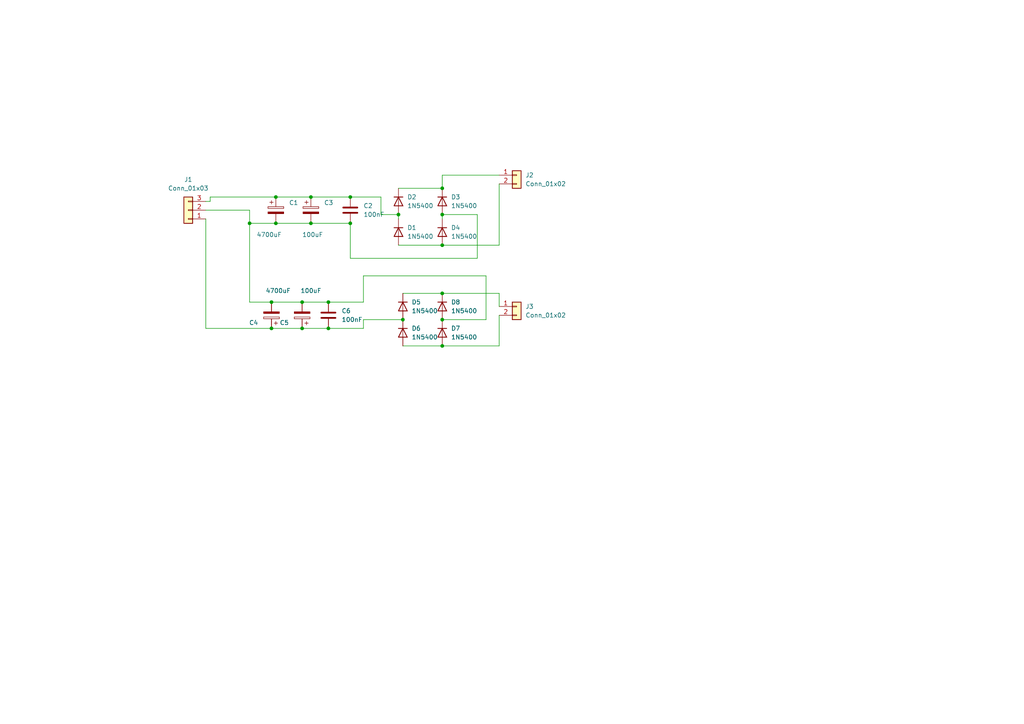
<source format=kicad_sch>
(kicad_sch (version 20231120) (generator "eeschema") (generator_version "8.0")
  (paper "A4")
  (lib_symbols
    (symbol "Connector_Generic:Conn_01x02" (pin_names (offset 1.016) hide)
      (property "Reference" "J" (at 0 2.54 0))
      (property "Value" "Conn_01x02" (at 0 -5.08 0))
      (symbol "Conn_01x02_1_1"
        (rectangle (start -1.27 -2.413) (end 0 -2.667) (stroke (width 0.1524)))
        (rectangle (start -1.27 0.127) (end 0 -0.127) (stroke (width 0.1524)))
        (rectangle (start -1.27 1.27) (end 1.27 -3.81) (stroke (width 0.254)) (fill (type background)))
        (pin passive line (at -5.08 0 0) (length 3.81) (name "Pin_1") (number "1"))
        (pin passive line (at -5.08 -2.54 0) (length 3.81) (name "Pin_2") (number "2"))
      )
    )
    (symbol "Connector_Generic:Conn_01x03" (pin_names (offset 1.016) hide)
      (property "Reference" "J" (at 0 5.08 0))
      (property "Value" "Conn_01x03" (at 0 -5.08 0))
      (symbol "Conn_01x03_1_1"
        (rectangle (start -1.27 -2.413) (end 0 -2.667) (stroke (width 0.1524)))
        (rectangle (start -1.27 0.127) (end 0 -0.127) (stroke (width 0.1524)))
        (rectangle (start -1.27 2.667) (end 0 2.413) (stroke (width 0.1524)))
        (rectangle (start -1.27 3.81) (end 1.27 -3.81) (stroke (width 0.254)) (fill (type background)))
        (pin passive line (at -5.08 2.54 0) (length 3.81) (name "Pin_1") (number "1"))
        (pin passive line (at -5.08 0 0) (length 3.81) (name "Pin_2") (number "2"))
        (pin passive line (at -5.08 -2.54 0) (length 3.81) (name "Pin_3") (number "3"))
      )
    )
    (symbol "Device:C" (pin_numbers hide) (pin_names (offset 0.254))
      (property "Reference" "C" (at 0.635 2.54 0))
      (property "Value" "C" (at 0.635 -2.54 0))
      (symbol "C_0_1"
        (polyline (pts (xy -2.032 -0.762) (xy 2.032 -0.762)) (stroke (width 0.508)))
        (polyline (pts (xy -2.032 0.762) (xy 2.032 0.762)) (stroke (width 0.508)))
      )
      (symbol "C_1_1"
        (pin passive line (at 0 3.81 270) (length 2.794) (name "~") (number "1"))
        (pin passive line (at 0 -3.81 90) (length 2.794) (name "~") (number "2"))
      )
    )
    (symbol "Device:C_Polarized" (pin_numbers hide) (pin_names (offset 0.254))
      (property "Reference" "C" (at 0.635 2.54 0))
      (property "Value" "C_Polarized" (at 0.635 -2.54 0))
      (symbol "C_Polarized_0_1"
        (rectangle (start -2.286 0.508) (end 2.286 1.016))
        (polyline (pts (xy -1.778 2.286) (xy -0.762 2.286)))
        (polyline (pts (xy -1.27 2.794) (xy -1.27 1.778)))
        (rectangle (start 2.286 -0.508) (end -2.286 -1.016) (fill (type outline)))
      )
      (symbol "C_Polarized_1_1"
        (pin passive line (at 0 3.81 270) (length 2.794) (name "~") (number "1"))
        (pin passive line (at 0 -3.81 90) (length 2.794) (name "~") (number "2"))
      )
    )
    (symbol "Diode:1N5400" (pin_numbers hide) (pin_names hide)
      (property "Reference" "D" (at 0 2.54 0))
      (property "Value" "1N5400" (at 0 -2.54 0))
      (symbol "1N5400_0_1"
        (polyline (pts (xy -1.27 1.27) (xy -1.27 -1.27)) (stroke (width 0.254)))
        (polyline (pts (xy 1.27 0) (xy -1.27 0)))
        (polyline (pts (xy 1.27 1.27) (xy 1.27 -1.27) (xy -1.27 0) (xy 1.27 1.27)) (stroke (width 0.254)))
      )
      (symbol "1N5400_1_1"
        (pin passive line (at -3.81 0 0) (length 2.54) (name "K") (number "1"))
        (pin passive line (at 3.81 0 180) (length 2.54) (name "A") (number "2"))
      )
    )
  )
  (junction (at 128.27 85.09))
  (junction (at 72.39 64.77))
  (junction (at 87.63 95.25))
  (junction (at 95.25 87.63))
  (junction (at 95.25 95.25))
  (junction (at 128.27 92.71))
  (junction (at 101.6 57.15))
  (junction (at 80.01 57.15))
  (junction (at 90.17 57.15))
  (junction (at 78.74 95.25))
  (junction (at 128.27 54.61))
  (junction (at 78.74 87.63))
  (junction (at 128.27 100.33))
  (junction (at 80.01 64.77))
  (junction (at 90.17 64.77))
  (junction (at 116.84 92.71))
  (junction (at 87.63 87.63))
  (junction (at 128.27 71.12))
  (junction (at 128.27 62.23))
  (junction (at 101.6 64.77))
  (junction (at 115.57 62.23))
  (wire (pts (xy 72.39 64.77) (xy 80.01 64.77)))
  (wire (pts (xy 115.57 62.23) (xy 115.57 63.5)))
  (wire (pts (xy 101.6 64.77) (xy 101.6 74.93)))
  (wire (pts (xy 80.01 64.77) (xy 90.17 64.77)))
  (wire (pts (xy 72.39 87.63) (xy 72.39 64.77)))
  (wire (pts (xy 90.17 57.15) (xy 101.6 57.15)))
  (wire (pts (xy 59.69 95.25) (xy 59.69 63.5)))
  (wire (pts (xy 128.27 62.23) (xy 128.27 63.5)))
  (wire (pts (xy 110.49 62.23) (xy 115.57 62.23)))
  (wire (pts (xy 140.97 80.01) (xy 140.97 92.71)))
  (wire (pts (xy 105.41 95.25) (xy 95.25 95.25)))
  (wire (pts (xy 72.39 60.96) (xy 72.39 64.77)))
  (wire (pts (xy 128.27 50.8) (xy 144.78 50.8)))
  (wire (pts (xy 87.63 87.63) (xy 95.25 87.63)))
  (wire (pts (xy 90.17 64.77) (xy 101.6 64.77)))
  (wire (pts (xy 105.41 92.71) (xy 105.41 95.25)))
  (wire (pts (xy 95.25 87.63) (xy 105.41 87.63)))
  (wire (pts (xy 144.78 91.44) (xy 144.78 100.33)))
  (wire (pts (xy 116.84 92.71) (xy 105.41 92.71)))
  (wire (pts (xy 87.63 95.25) (xy 95.25 95.25)))
  (wire (pts (xy 105.41 80.01) (xy 140.97 80.01)))
  (wire (pts (xy 110.49 57.15) (xy 110.49 62.23)))
  (wire (pts (xy 60.96 57.15) (xy 80.01 57.15)))
  (wire (pts (xy 116.84 100.33) (xy 128.27 100.33)))
  (wire (pts (xy 140.97 92.71) (xy 128.27 92.71)))
  (wire (pts (xy 101.6 57.15) (xy 110.49 57.15)))
  (wire (pts (xy 59.69 60.96) (xy 72.39 60.96)))
  (wire (pts (xy 144.78 100.33) (xy 128.27 100.33)))
  (wire (pts (xy 128.27 50.8) (xy 128.27 54.61)))
  (wire (pts (xy 128.27 71.12) (xy 144.78 71.12)))
  (wire (pts (xy 80.01 57.15) (xy 90.17 57.15)))
  (wire (pts (xy 101.6 74.93) (xy 138.43 74.93)))
  (wire (pts (xy 78.74 95.25) (xy 87.63 95.25)))
  (wire (pts (xy 115.57 71.12) (xy 128.27 71.12)))
  (wire (pts (xy 105.41 87.63) (xy 105.41 80.01)))
  (wire (pts (xy 144.78 53.34) (xy 144.78 71.12)))
  (wire (pts (xy 59.69 58.42) (xy 60.96 58.42)))
  (wire (pts (xy 78.74 87.63) (xy 87.63 87.63)))
  (wire (pts (xy 128.27 85.09) (xy 144.78 85.09)))
  (wire (pts (xy 78.74 95.25) (xy 59.69 95.25)))
  (wire (pts (xy 116.84 85.09) (xy 128.27 85.09)))
  (wire (pts (xy 78.74 87.63) (xy 72.39 87.63)))
  (wire (pts (xy 138.43 62.23) (xy 128.27 62.23)))
  (wire (pts (xy 115.57 54.61) (xy 128.27 54.61)))
  (wire (pts (xy 138.43 74.93) (xy 138.43 62.23)))
  (wire (pts (xy 60.96 58.42) (xy 60.96 57.15)))
  (wire (pts (xy 144.78 85.09) (xy 144.78 88.9)))
  (symbol (lib_id "Device:C") (at 95.25 91.44 0) (unit 1)
    (property "Reference" "C6" (at 99.06 90.1699 0) (effects (justify left)))
    (property "Value" "100nF" (at 99.06 92.7099 0) (effects (justify left)))
    (property "Description" "Unpolarized capacitor" (effects (hide yes)))
  )
  (symbol (lib_id "Diode:1N5400") (at 128.27 58.42 270) (unit 1)
    (property "Reference" "D3" (at 130.81 57.1499 90) (effects (justify left)))
    (property "Value" "1N5400" (at 130.81 59.6899 90) (effects (justify left)))
    (property "Footprint" "Diode_THT:D_DO-201AD_P15.24mm_Horizontal" (effects (hide yes)))
    (property "Datasheet" "http://www.vishay.com/docs/88516/1n5400.pdf" (effects (hide yes)))
    (property "Description" "50V 3A General Purpose Rectifier Diode, DO-201AD" (effects (hide yes)))
    (property "Sim.Device" "D" (effects (hide yes)))
    (property "Sim.Pins" "1=K 2=A" (effects (hide yes)))
  )
  (symbol (lib_id "Diode:1N5400") (at 128.27 88.9 270) (unit 1)
    (property "Reference" "D8" (at 130.81 87.6299 90) (effects (justify left)))
    (property "Value" "1N5400" (at 130.81 90.1699 90) (effects (justify left)))
    (property "Footprint" "Diode_THT:D_DO-201AD_P15.24mm_Horizontal" (effects (hide yes)))
    (property "Datasheet" "http://www.vishay.com/docs/88516/1n5400.pdf" (effects (hide yes)))
    (property "Description" "50V 3A General Purpose Rectifier Diode, DO-201AD" (effects (hide yes)))
    (property "Sim.Device" "D" (effects (hide yes)))
    (property "Sim.Pins" "1=K 2=A" (effects (hide yes)))
  )
  (symbol (lib_id "Diode:1N5400") (at 116.84 88.9 270) (unit 1)
    (property "Reference" "D5" (at 119.38 87.6299 90) (effects (justify left)))
    (property "Value" "1N5400" (at 119.38 90.1699 90) (effects (justify left)))
    (property "Footprint" "Diode_THT:D_DO-201AD_P15.24mm_Horizontal" (effects (hide yes)))
    (property "Datasheet" "http://www.vishay.com/docs/88516/1n5400.pdf" (effects (hide yes)))
    (property "Description" "50V 3A General Purpose Rectifier Diode, DO-201AD" (effects (hide yes)))
    (property "Sim.Device" "D" (effects (hide yes)))
    (property "Sim.Pins" "1=K 2=A" (effects (hide yes)))
  )
  (symbol (lib_id "Diode:1N5400") (at 116.84 96.52 270) (unit 1)
    (property "Reference" "D6" (at 119.38 95.2499 90) (effects (justify left)))
    (property "Value" "1N5400" (at 119.38 97.7899 90) (effects (justify left)))
    (property "Footprint" "Diode_THT:D_DO-201AD_P15.24mm_Horizontal" (effects (hide yes)))
    (property "Datasheet" "http://www.vishay.com/docs/88516/1n5400.pdf" (effects (hide yes)))
    (property "Description" "50V 3A General Purpose Rectifier Diode, DO-201AD" (effects (hide yes)))
    (property "Sim.Device" "D" (effects (hide yes)))
    (property "Sim.Pins" "1=K 2=A" (effects (hide yes)))
  )
  (symbol (lib_id "Device:C_Polarized") (at 90.17 60.96 0) (unit 1)
    (property "Reference" "C3" (at 93.98 58.8009 0) (effects (justify left)))
    (property "Value" "100uF" (at 87.63 68.072 0) (effects (justify left)))
    (property "Description" "Polarized capacitor" (effects (hide yes)))
  )
  (symbol (lib_id "Device:C_Polarized") (at 78.74 91.44 180) (unit 1)
    (property "Reference" "C4" (at 74.93 93.5991 0) (effects (justify left)))
    (property "Value" "4700uF" (at 84.328 84.328 0) (effects (justify left)))
    (property "Description" "Polarized capacitor" (effects (hide yes)))
  )
  (symbol (lib_id "Device:C_Polarized") (at 80.01 60.96 0) (unit 1)
    (property "Reference" "C1" (at 83.82 58.8009 0) (effects (justify left)))
    (property "Value" "4700uF" (at 74.422 68.072 0) (effects (justify left)))
    (property "Description" "Polarized capacitor" (effects (hide yes)))
  )
  (symbol (lib_id "Connector_Generic:Conn_01x03") (at 54.61 60.96 180) (unit 1)
    (property "Reference" "J1" (at 54.61 52.07 0))
    (property "Value" "Conn_01x03" (at 54.61 54.61 0))
    (property "Description" "Generic connector, single row, 01x03, script generated (kicad-library-utils/schlib/autogen/connector/)" (effects (hide yes)))
  )
  (symbol (lib_id "Device:C_Polarized") (at 87.63 91.44 180) (unit 1)
    (property "Reference" "C5" (at 83.82 93.5991 0) (effects (justify left)))
    (property "Value" "100uF" (at 93.218 84.328 0) (effects (justify left)))
    (property "Description" "Polarized capacitor" (effects (hide yes)))
  )
  (symbol (lib_id "Diode:1N5400") (at 115.57 58.42 270) (unit 1)
    (property "Reference" "D2" (at 118.11 57.1499 90) (effects (justify left)))
    (property "Value" "1N5400" (at 118.11 59.6899 90) (effects (justify left)))
    (property "Footprint" "Diode_THT:D_DO-201AD_P15.24mm_Horizontal" (effects (hide yes)))
    (property "Datasheet" "http://www.vishay.com/docs/88516/1n5400.pdf" (effects (hide yes)))
    (property "Description" "50V 3A General Purpose Rectifier Diode, DO-201AD" (effects (hide yes)))
    (property "Sim.Device" "D" (effects (hide yes)))
    (property "Sim.Pins" "1=K 2=A" (effects (hide yes)))
  )
  (symbol (lib_id "Diode:1N5400") (at 128.27 67.31 270) (unit 1)
    (property "Reference" "D4" (at 130.81 66.0399 90) (effects (justify left)))
    (property "Value" "1N5400" (at 130.81 68.5799 90) (effects (justify left)))
    (property "Footprint" "Diode_THT:D_DO-201AD_P15.24mm_Horizontal" (effects (hide yes)))
    (property "Datasheet" "http://www.vishay.com/docs/88516/1n5400.pdf" (effects (hide yes)))
    (property "Description" "50V 3A General Purpose Rectifier Diode, DO-201AD" (effects (hide yes)))
    (property "Sim.Device" "D" (effects (hide yes)))
    (property "Sim.Pins" "1=K 2=A" (effects (hide yes)))
  )
  (symbol (lib_id "Diode:1N5400") (at 115.57 67.31 270) (unit 1)
    (property "Reference" "D1" (at 118.11 66.0399 90) (effects (justify left)))
    (property "Value" "1N5400" (at 118.11 68.5799 90) (effects (justify left)))
    (property "Footprint" "Diode_THT:D_DO-201AD_P15.24mm_Horizontal" (effects (hide yes)))
    (property "Datasheet" "http://www.vishay.com/docs/88516/1n5400.pdf" (effects (hide yes)))
    (property "Description" "50V 3A General Purpose Rectifier Diode, DO-201AD" (effects (hide yes)))
    (property "Sim.Device" "D" (effects (hide yes)))
    (property "Sim.Pins" "1=K 2=A" (effects (hide yes)))
  )
  (symbol (lib_id "Connector_Generic:Conn_01x02") (at 149.86 50.8 0) (unit 1)
    (property "Reference" "J2" (at 152.4 50.7999 0) (effects (justify left)))
    (property "Value" "Conn_01x02" (at 152.4 53.3399 0) (effects (justify left)))
    (property "Description" "Generic connector, single row, 01x02, script generated (kicad-library-utils/schlib/autogen/connector/)" (effects (hide yes)))
  )
  (symbol (lib_id "Diode:1N5400") (at 128.27 96.52 270) (unit 1)
    (property "Reference" "D7" (at 130.81 95.2499 90) (effects (justify left)))
    (property "Value" "1N5400" (at 130.81 97.7899 90) (effects (justify left)))
    (property "Footprint" "Diode_THT:D_DO-201AD_P15.24mm_Horizontal" (effects (hide yes)))
    (property "Datasheet" "http://www.vishay.com/docs/88516/1n5400.pdf" (effects (hide yes)))
    (property "Description" "50V 3A General Purpose Rectifier Diode, DO-201AD" (effects (hide yes)))
    (property "Sim.Device" "D" (effects (hide yes)))
    (property "Sim.Pins" "1=K 2=A" (effects (hide yes)))
  )
  (symbol (lib_id "Connector_Generic:Conn_01x02") (at 149.86 88.9 0) (unit 1)
    (property "Reference" "J3" (at 152.4 88.8999 0) (effects (justify left)))
    (property "Value" "Conn_01x02" (at 152.4 91.4399 0) (effects (justify left)))
    (property "Description" "Generic connector, single row, 01x02, script generated (kicad-library-utils/schlib/autogen/connector/)" (effects (hide yes)))
  )
  (symbol (lib_id "Device:C") (at 101.6 60.96 0) (unit 1)
    (property "Reference" "C2" (at 105.41 59.6899 0) (effects (justify left)))
    (property "Value" "100nF" (at 105.41 62.2299 0) (effects (justify left)))
    (property "Description" "Unpolarized capacitor" (effects (hide yes)))
  )
)
</source>
